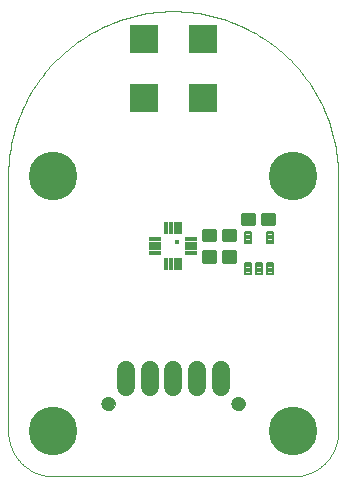
<source format=gts>
G75*
%MOIN*%
%OFA0B0*%
%FSLAX25Y25*%
%IPPOS*%
%LPD*%
%AMOC8*
5,1,8,0,0,1.08239X$1,22.5*
%
%ADD10C,0.00867*%
%ADD11C,0.00829*%
%ADD12C,0.00000*%
%ADD13C,0.16211*%
%ADD14C,0.06000*%
%ADD15C,0.04731*%
%ADD16R,0.04337X0.01581*%
%ADD17R,0.01581X0.04337*%
%ADD18R,0.01581X0.01581*%
%ADD19R,0.09258X0.09258*%
D10*
X0066556Y0075021D02*
X0070420Y0075021D01*
X0066556Y0075021D02*
X0066556Y0078491D01*
X0070420Y0078491D01*
X0070420Y0075021D01*
X0070420Y0075887D02*
X0066556Y0075887D01*
X0066556Y0076753D02*
X0070420Y0076753D01*
X0070420Y0077619D02*
X0066556Y0077619D01*
X0066556Y0078485D02*
X0070420Y0078485D01*
X0070460Y0082108D02*
X0066596Y0082108D01*
X0066596Y0085578D01*
X0070460Y0085578D01*
X0070460Y0082108D01*
X0070460Y0082974D02*
X0066596Y0082974D01*
X0066596Y0083840D02*
X0070460Y0083840D01*
X0070460Y0084706D02*
X0066596Y0084706D01*
X0066596Y0085572D02*
X0070460Y0085572D01*
X0073288Y0082108D02*
X0077152Y0082108D01*
X0073288Y0082108D02*
X0073288Y0085578D01*
X0077152Y0085578D01*
X0077152Y0082108D01*
X0077152Y0082974D02*
X0073288Y0082974D01*
X0073288Y0083840D02*
X0077152Y0083840D01*
X0077152Y0084706D02*
X0073288Y0084706D01*
X0073288Y0085572D02*
X0077152Y0085572D01*
X0079509Y0090912D02*
X0083373Y0090912D01*
X0083373Y0087442D01*
X0079509Y0087442D01*
X0079509Y0090912D01*
X0079509Y0088308D02*
X0083373Y0088308D01*
X0083373Y0089174D02*
X0079509Y0089174D01*
X0079509Y0090040D02*
X0083373Y0090040D01*
X0083373Y0090906D02*
X0079509Y0090906D01*
X0086202Y0090912D02*
X0090066Y0090912D01*
X0090066Y0087442D01*
X0086202Y0087442D01*
X0086202Y0090912D01*
X0086202Y0088308D02*
X0090066Y0088308D01*
X0090066Y0089174D02*
X0086202Y0089174D01*
X0086202Y0090040D02*
X0090066Y0090040D01*
X0090066Y0090906D02*
X0086202Y0090906D01*
X0077113Y0075021D02*
X0073249Y0075021D01*
X0073249Y0078491D01*
X0077113Y0078491D01*
X0077113Y0075021D01*
X0077113Y0075887D02*
X0073249Y0075887D01*
X0073249Y0076753D02*
X0077113Y0076753D01*
X0077113Y0077619D02*
X0073249Y0077619D01*
X0073249Y0078485D02*
X0077113Y0078485D01*
D11*
X0080474Y0081202D02*
X0082408Y0081202D01*
X0080474Y0081202D02*
X0080474Y0084908D01*
X0082408Y0084908D01*
X0082408Y0081202D01*
X0082408Y0082030D02*
X0080474Y0082030D01*
X0080474Y0082858D02*
X0082408Y0082858D01*
X0082408Y0083686D02*
X0080474Y0083686D01*
X0080474Y0084514D02*
X0082408Y0084514D01*
X0087954Y0081202D02*
X0089888Y0081202D01*
X0087954Y0081202D02*
X0087954Y0084908D01*
X0089888Y0084908D01*
X0089888Y0081202D01*
X0089888Y0082030D02*
X0087954Y0082030D01*
X0087954Y0082858D02*
X0089888Y0082858D01*
X0089888Y0083686D02*
X0087954Y0083686D01*
X0087954Y0084514D02*
X0089888Y0084514D01*
X0089888Y0070966D02*
X0087954Y0070966D01*
X0087954Y0074672D01*
X0089888Y0074672D01*
X0089888Y0070966D01*
X0089888Y0071794D02*
X0087954Y0071794D01*
X0087954Y0072622D02*
X0089888Y0072622D01*
X0089888Y0073450D02*
X0087954Y0073450D01*
X0087954Y0074278D02*
X0089888Y0074278D01*
X0086148Y0070966D02*
X0084214Y0070966D01*
X0084214Y0074672D01*
X0086148Y0074672D01*
X0086148Y0070966D01*
X0086148Y0071794D02*
X0084214Y0071794D01*
X0084214Y0072622D02*
X0086148Y0072622D01*
X0086148Y0073450D02*
X0084214Y0073450D01*
X0084214Y0074278D02*
X0086148Y0074278D01*
X0082408Y0070966D02*
X0080474Y0070966D01*
X0080474Y0074672D01*
X0082408Y0074672D01*
X0082408Y0070966D01*
X0082408Y0071794D02*
X0080474Y0071794D01*
X0080474Y0072622D02*
X0082408Y0072622D01*
X0082408Y0073450D02*
X0080474Y0073450D01*
X0080474Y0074278D02*
X0082408Y0074278D01*
D12*
X0001618Y0103429D02*
X0001618Y0018429D01*
X0001622Y0018067D01*
X0001636Y0017704D01*
X0001657Y0017342D01*
X0001688Y0016981D01*
X0001727Y0016621D01*
X0001775Y0016262D01*
X0001832Y0015904D01*
X0001897Y0015547D01*
X0001971Y0015192D01*
X0002054Y0014839D01*
X0002145Y0014488D01*
X0002244Y0014140D01*
X0002352Y0013794D01*
X0002468Y0013450D01*
X0002593Y0013110D01*
X0002725Y0012773D01*
X0002866Y0012439D01*
X0003015Y0012108D01*
X0003172Y0011781D01*
X0003336Y0011458D01*
X0003508Y0011139D01*
X0003688Y0010825D01*
X0003876Y0010514D01*
X0004071Y0010209D01*
X0004273Y0009908D01*
X0004483Y0009612D01*
X0004699Y0009322D01*
X0004923Y0009036D01*
X0005153Y0008756D01*
X0005390Y0008482D01*
X0005634Y0008214D01*
X0005884Y0007951D01*
X0006140Y0007695D01*
X0006403Y0007445D01*
X0006671Y0007201D01*
X0006945Y0006964D01*
X0007225Y0006734D01*
X0007511Y0006510D01*
X0007801Y0006294D01*
X0008097Y0006084D01*
X0008398Y0005882D01*
X0008703Y0005687D01*
X0009014Y0005499D01*
X0009328Y0005319D01*
X0009647Y0005147D01*
X0009970Y0004983D01*
X0010297Y0004826D01*
X0010628Y0004677D01*
X0010962Y0004536D01*
X0011299Y0004404D01*
X0011639Y0004279D01*
X0011983Y0004163D01*
X0012329Y0004055D01*
X0012677Y0003956D01*
X0013028Y0003865D01*
X0013381Y0003782D01*
X0013736Y0003708D01*
X0014093Y0003643D01*
X0014451Y0003586D01*
X0014810Y0003538D01*
X0015170Y0003499D01*
X0015531Y0003468D01*
X0015893Y0003447D01*
X0016256Y0003433D01*
X0016618Y0003429D01*
X0096618Y0003429D01*
X0096980Y0003433D01*
X0097343Y0003447D01*
X0097705Y0003468D01*
X0098066Y0003499D01*
X0098426Y0003538D01*
X0098785Y0003586D01*
X0099143Y0003643D01*
X0099500Y0003708D01*
X0099855Y0003782D01*
X0100208Y0003865D01*
X0100559Y0003956D01*
X0100907Y0004055D01*
X0101253Y0004163D01*
X0101597Y0004279D01*
X0101937Y0004404D01*
X0102274Y0004536D01*
X0102608Y0004677D01*
X0102939Y0004826D01*
X0103266Y0004983D01*
X0103589Y0005147D01*
X0103908Y0005319D01*
X0104222Y0005499D01*
X0104533Y0005687D01*
X0104838Y0005882D01*
X0105139Y0006084D01*
X0105435Y0006294D01*
X0105725Y0006510D01*
X0106011Y0006734D01*
X0106291Y0006964D01*
X0106565Y0007201D01*
X0106833Y0007445D01*
X0107096Y0007695D01*
X0107352Y0007951D01*
X0107602Y0008214D01*
X0107846Y0008482D01*
X0108083Y0008756D01*
X0108313Y0009036D01*
X0108537Y0009322D01*
X0108753Y0009612D01*
X0108963Y0009908D01*
X0109165Y0010209D01*
X0109360Y0010514D01*
X0109548Y0010825D01*
X0109728Y0011139D01*
X0109900Y0011458D01*
X0110064Y0011781D01*
X0110221Y0012108D01*
X0110370Y0012439D01*
X0110511Y0012773D01*
X0110643Y0013110D01*
X0110768Y0013450D01*
X0110884Y0013794D01*
X0110992Y0014140D01*
X0111091Y0014488D01*
X0111182Y0014839D01*
X0111265Y0015192D01*
X0111339Y0015547D01*
X0111404Y0015904D01*
X0111461Y0016262D01*
X0111509Y0016621D01*
X0111548Y0016981D01*
X0111579Y0017342D01*
X0111600Y0017704D01*
X0111614Y0018067D01*
X0111618Y0018429D01*
X0111618Y0103429D01*
X0076107Y0027661D02*
X0076109Y0027754D01*
X0076115Y0027846D01*
X0076125Y0027938D01*
X0076139Y0028029D01*
X0076156Y0028120D01*
X0076178Y0028210D01*
X0076203Y0028299D01*
X0076232Y0028387D01*
X0076265Y0028473D01*
X0076302Y0028558D01*
X0076342Y0028642D01*
X0076386Y0028723D01*
X0076433Y0028803D01*
X0076483Y0028881D01*
X0076537Y0028956D01*
X0076594Y0029029D01*
X0076654Y0029099D01*
X0076717Y0029167D01*
X0076783Y0029232D01*
X0076851Y0029294D01*
X0076922Y0029354D01*
X0076996Y0029410D01*
X0077072Y0029463D01*
X0077150Y0029512D01*
X0077230Y0029559D01*
X0077312Y0029601D01*
X0077396Y0029641D01*
X0077481Y0029676D01*
X0077568Y0029708D01*
X0077656Y0029737D01*
X0077745Y0029761D01*
X0077835Y0029782D01*
X0077926Y0029798D01*
X0078018Y0029811D01*
X0078110Y0029820D01*
X0078203Y0029825D01*
X0078295Y0029826D01*
X0078388Y0029823D01*
X0078480Y0029816D01*
X0078572Y0029805D01*
X0078663Y0029790D01*
X0078754Y0029772D01*
X0078844Y0029749D01*
X0078932Y0029723D01*
X0079020Y0029693D01*
X0079106Y0029659D01*
X0079190Y0029622D01*
X0079273Y0029580D01*
X0079354Y0029536D01*
X0079434Y0029488D01*
X0079511Y0029437D01*
X0079585Y0029382D01*
X0079658Y0029324D01*
X0079728Y0029264D01*
X0079795Y0029200D01*
X0079859Y0029134D01*
X0079921Y0029064D01*
X0079979Y0028993D01*
X0080034Y0028919D01*
X0080086Y0028842D01*
X0080135Y0028763D01*
X0080181Y0028683D01*
X0080223Y0028600D01*
X0080261Y0028516D01*
X0080296Y0028430D01*
X0080327Y0028343D01*
X0080354Y0028255D01*
X0080377Y0028165D01*
X0080397Y0028075D01*
X0080413Y0027984D01*
X0080425Y0027892D01*
X0080433Y0027800D01*
X0080437Y0027707D01*
X0080437Y0027615D01*
X0080433Y0027522D01*
X0080425Y0027430D01*
X0080413Y0027338D01*
X0080397Y0027247D01*
X0080377Y0027157D01*
X0080354Y0027067D01*
X0080327Y0026979D01*
X0080296Y0026892D01*
X0080261Y0026806D01*
X0080223Y0026722D01*
X0080181Y0026639D01*
X0080135Y0026559D01*
X0080086Y0026480D01*
X0080034Y0026403D01*
X0079979Y0026329D01*
X0079921Y0026258D01*
X0079859Y0026188D01*
X0079795Y0026122D01*
X0079728Y0026058D01*
X0079658Y0025998D01*
X0079585Y0025940D01*
X0079511Y0025885D01*
X0079434Y0025834D01*
X0079355Y0025786D01*
X0079273Y0025742D01*
X0079190Y0025700D01*
X0079106Y0025663D01*
X0079020Y0025629D01*
X0078932Y0025599D01*
X0078844Y0025573D01*
X0078754Y0025550D01*
X0078663Y0025532D01*
X0078572Y0025517D01*
X0078480Y0025506D01*
X0078388Y0025499D01*
X0078295Y0025496D01*
X0078203Y0025497D01*
X0078110Y0025502D01*
X0078018Y0025511D01*
X0077926Y0025524D01*
X0077835Y0025540D01*
X0077745Y0025561D01*
X0077656Y0025585D01*
X0077568Y0025614D01*
X0077481Y0025646D01*
X0077396Y0025681D01*
X0077312Y0025721D01*
X0077230Y0025763D01*
X0077150Y0025810D01*
X0077072Y0025859D01*
X0076996Y0025912D01*
X0076922Y0025968D01*
X0076851Y0026028D01*
X0076783Y0026090D01*
X0076717Y0026155D01*
X0076654Y0026223D01*
X0076594Y0026293D01*
X0076537Y0026366D01*
X0076483Y0026441D01*
X0076433Y0026519D01*
X0076386Y0026599D01*
X0076342Y0026680D01*
X0076302Y0026764D01*
X0076265Y0026849D01*
X0076232Y0026935D01*
X0076203Y0027023D01*
X0076178Y0027112D01*
X0076156Y0027202D01*
X0076139Y0027293D01*
X0076125Y0027384D01*
X0076115Y0027476D01*
X0076109Y0027568D01*
X0076107Y0027661D01*
X0032800Y0027661D02*
X0032802Y0027754D01*
X0032808Y0027846D01*
X0032818Y0027938D01*
X0032832Y0028029D01*
X0032849Y0028120D01*
X0032871Y0028210D01*
X0032896Y0028299D01*
X0032925Y0028387D01*
X0032958Y0028473D01*
X0032995Y0028558D01*
X0033035Y0028642D01*
X0033079Y0028723D01*
X0033126Y0028803D01*
X0033176Y0028881D01*
X0033230Y0028956D01*
X0033287Y0029029D01*
X0033347Y0029099D01*
X0033410Y0029167D01*
X0033476Y0029232D01*
X0033544Y0029294D01*
X0033615Y0029354D01*
X0033689Y0029410D01*
X0033765Y0029463D01*
X0033843Y0029512D01*
X0033923Y0029559D01*
X0034005Y0029601D01*
X0034089Y0029641D01*
X0034174Y0029676D01*
X0034261Y0029708D01*
X0034349Y0029737D01*
X0034438Y0029761D01*
X0034528Y0029782D01*
X0034619Y0029798D01*
X0034711Y0029811D01*
X0034803Y0029820D01*
X0034896Y0029825D01*
X0034988Y0029826D01*
X0035081Y0029823D01*
X0035173Y0029816D01*
X0035265Y0029805D01*
X0035356Y0029790D01*
X0035447Y0029772D01*
X0035537Y0029749D01*
X0035625Y0029723D01*
X0035713Y0029693D01*
X0035799Y0029659D01*
X0035883Y0029622D01*
X0035966Y0029580D01*
X0036047Y0029536D01*
X0036127Y0029488D01*
X0036204Y0029437D01*
X0036278Y0029382D01*
X0036351Y0029324D01*
X0036421Y0029264D01*
X0036488Y0029200D01*
X0036552Y0029134D01*
X0036614Y0029064D01*
X0036672Y0028993D01*
X0036727Y0028919D01*
X0036779Y0028842D01*
X0036828Y0028763D01*
X0036874Y0028683D01*
X0036916Y0028600D01*
X0036954Y0028516D01*
X0036989Y0028430D01*
X0037020Y0028343D01*
X0037047Y0028255D01*
X0037070Y0028165D01*
X0037090Y0028075D01*
X0037106Y0027984D01*
X0037118Y0027892D01*
X0037126Y0027800D01*
X0037130Y0027707D01*
X0037130Y0027615D01*
X0037126Y0027522D01*
X0037118Y0027430D01*
X0037106Y0027338D01*
X0037090Y0027247D01*
X0037070Y0027157D01*
X0037047Y0027067D01*
X0037020Y0026979D01*
X0036989Y0026892D01*
X0036954Y0026806D01*
X0036916Y0026722D01*
X0036874Y0026639D01*
X0036828Y0026559D01*
X0036779Y0026480D01*
X0036727Y0026403D01*
X0036672Y0026329D01*
X0036614Y0026258D01*
X0036552Y0026188D01*
X0036488Y0026122D01*
X0036421Y0026058D01*
X0036351Y0025998D01*
X0036278Y0025940D01*
X0036204Y0025885D01*
X0036127Y0025834D01*
X0036048Y0025786D01*
X0035966Y0025742D01*
X0035883Y0025700D01*
X0035799Y0025663D01*
X0035713Y0025629D01*
X0035625Y0025599D01*
X0035537Y0025573D01*
X0035447Y0025550D01*
X0035356Y0025532D01*
X0035265Y0025517D01*
X0035173Y0025506D01*
X0035081Y0025499D01*
X0034988Y0025496D01*
X0034896Y0025497D01*
X0034803Y0025502D01*
X0034711Y0025511D01*
X0034619Y0025524D01*
X0034528Y0025540D01*
X0034438Y0025561D01*
X0034349Y0025585D01*
X0034261Y0025614D01*
X0034174Y0025646D01*
X0034089Y0025681D01*
X0034005Y0025721D01*
X0033923Y0025763D01*
X0033843Y0025810D01*
X0033765Y0025859D01*
X0033689Y0025912D01*
X0033615Y0025968D01*
X0033544Y0026028D01*
X0033476Y0026090D01*
X0033410Y0026155D01*
X0033347Y0026223D01*
X0033287Y0026293D01*
X0033230Y0026366D01*
X0033176Y0026441D01*
X0033126Y0026519D01*
X0033079Y0026599D01*
X0033035Y0026680D01*
X0032995Y0026764D01*
X0032958Y0026849D01*
X0032925Y0026935D01*
X0032896Y0027023D01*
X0032871Y0027112D01*
X0032849Y0027202D01*
X0032832Y0027293D01*
X0032818Y0027384D01*
X0032808Y0027476D01*
X0032802Y0027568D01*
X0032800Y0027661D01*
X0001618Y0103429D02*
X0001634Y0104768D01*
X0001683Y0106107D01*
X0001765Y0107444D01*
X0001879Y0108778D01*
X0002025Y0110110D01*
X0002204Y0111437D01*
X0002415Y0112760D01*
X0002659Y0114077D01*
X0002934Y0115388D01*
X0003241Y0116691D01*
X0003580Y0117987D01*
X0003950Y0119274D01*
X0004351Y0120552D01*
X0004784Y0121820D01*
X0005247Y0123077D01*
X0005741Y0124322D01*
X0006265Y0125555D01*
X0006818Y0126774D01*
X0007402Y0127980D01*
X0008014Y0129171D01*
X0008655Y0130347D01*
X0009325Y0131507D01*
X0010023Y0132650D01*
X0010748Y0133776D01*
X0011501Y0134884D01*
X0012280Y0135974D01*
X0013086Y0137044D01*
X0013917Y0138094D01*
X0014774Y0139123D01*
X0015656Y0140132D01*
X0016561Y0141118D01*
X0017491Y0142082D01*
X0018444Y0143024D01*
X0019419Y0143942D01*
X0020417Y0144835D01*
X0021436Y0145705D01*
X0022476Y0146549D01*
X0023536Y0147367D01*
X0024616Y0148160D01*
X0025714Y0148926D01*
X0026832Y0149665D01*
X0027966Y0150377D01*
X0029118Y0151060D01*
X0030286Y0151716D01*
X0031470Y0152343D01*
X0032668Y0152941D01*
X0033881Y0153509D01*
X0035107Y0154048D01*
X0036346Y0154557D01*
X0037597Y0155035D01*
X0038860Y0155483D01*
X0040132Y0155900D01*
X0041415Y0156286D01*
X0042707Y0156641D01*
X0044007Y0156964D01*
X0045314Y0157255D01*
X0046628Y0157514D01*
X0047948Y0157741D01*
X0049273Y0157936D01*
X0050603Y0158099D01*
X0051936Y0158229D01*
X0053271Y0158327D01*
X0054609Y0158392D01*
X0055948Y0158425D01*
X0057288Y0158425D01*
X0058627Y0158392D01*
X0059965Y0158327D01*
X0061300Y0158229D01*
X0062633Y0158099D01*
X0063963Y0157936D01*
X0065288Y0157741D01*
X0066608Y0157514D01*
X0067922Y0157255D01*
X0069229Y0156964D01*
X0070529Y0156641D01*
X0071821Y0156286D01*
X0073104Y0155900D01*
X0074376Y0155483D01*
X0075639Y0155035D01*
X0076890Y0154557D01*
X0078129Y0154048D01*
X0079355Y0153509D01*
X0080568Y0152941D01*
X0081766Y0152343D01*
X0082950Y0151716D01*
X0084118Y0151060D01*
X0085270Y0150377D01*
X0086404Y0149665D01*
X0087522Y0148926D01*
X0088620Y0148160D01*
X0089700Y0147367D01*
X0090760Y0146549D01*
X0091800Y0145705D01*
X0092819Y0144835D01*
X0093817Y0143942D01*
X0094792Y0143024D01*
X0095745Y0142082D01*
X0096675Y0141118D01*
X0097580Y0140132D01*
X0098462Y0139123D01*
X0099319Y0138094D01*
X0100150Y0137044D01*
X0100956Y0135974D01*
X0101735Y0134884D01*
X0102488Y0133776D01*
X0103213Y0132650D01*
X0103911Y0131507D01*
X0104581Y0130347D01*
X0105222Y0129171D01*
X0105834Y0127980D01*
X0106418Y0126774D01*
X0106971Y0125555D01*
X0107495Y0124322D01*
X0107989Y0123077D01*
X0108452Y0121820D01*
X0108885Y0120552D01*
X0109286Y0119274D01*
X0109656Y0117987D01*
X0109995Y0116691D01*
X0110302Y0115388D01*
X0110577Y0114077D01*
X0110821Y0112760D01*
X0111032Y0111437D01*
X0111211Y0110110D01*
X0111357Y0108778D01*
X0111471Y0107444D01*
X0111553Y0106107D01*
X0111602Y0104768D01*
X0111618Y0103429D01*
D13*
X0096618Y0103429D03*
X0096618Y0018429D03*
X0016618Y0018429D03*
X0016618Y0103429D03*
D14*
X0040870Y0038729D02*
X0040870Y0033129D01*
X0048744Y0033129D02*
X0048744Y0038729D01*
X0056618Y0038729D02*
X0056618Y0033129D01*
X0064492Y0033129D02*
X0064492Y0038729D01*
X0072366Y0038729D02*
X0072366Y0033129D01*
D15*
X0078272Y0027661D03*
X0034965Y0027661D03*
D16*
X0050555Y0077878D03*
X0050555Y0079453D03*
X0050555Y0081028D03*
X0050555Y0082602D03*
X0062681Y0082602D03*
X0062681Y0081028D03*
X0062681Y0079453D03*
X0062681Y0077878D03*
D17*
X0058980Y0074177D03*
X0057406Y0074177D03*
X0055831Y0074177D03*
X0054256Y0074177D03*
X0054256Y0086303D03*
X0055831Y0086303D03*
X0057406Y0086303D03*
X0058980Y0086303D03*
D18*
X0057839Y0081500D03*
D19*
X0066461Y0129453D03*
X0066461Y0149138D03*
X0046776Y0149138D03*
X0046776Y0129453D03*
M02*

</source>
